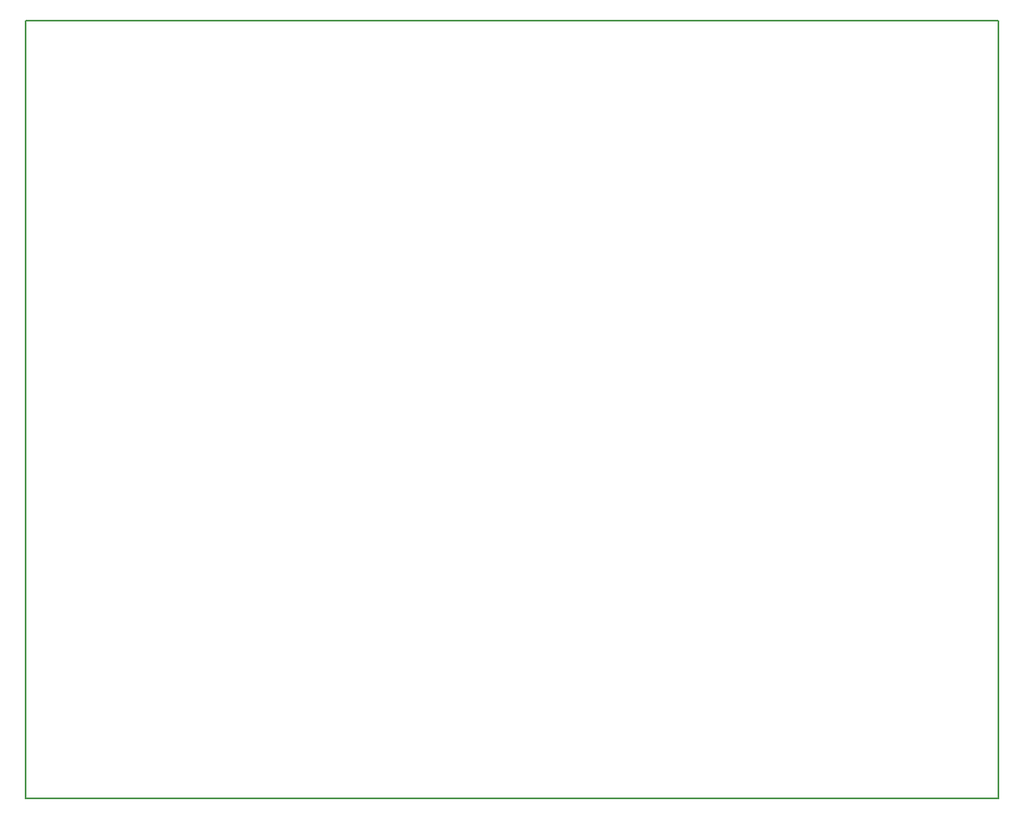
<source format=gbo>
G04 MADE WITH FRITZING*
G04 WWW.FRITZING.ORG*
G04 DOUBLE SIDED*
G04 HOLES PLATED*
G04 CONTOUR ON CENTER OF CONTOUR VECTOR*
%ASAXBY*%
%FSLAX23Y23*%
%MOIN*%
%OFA0B0*%
%SFA1.0B1.0*%
%ADD10R,3.937010X3.149610X3.921010X3.133610*%
%ADD11C,0.008000*%
%LNSILK0*%
G90*
G70*
G54D11*
X4Y3146D02*
X3933Y3146D01*
X3933Y4D01*
X4Y4D01*
X4Y3146D01*
D02*
G04 End of Silk0*
M02*
</source>
